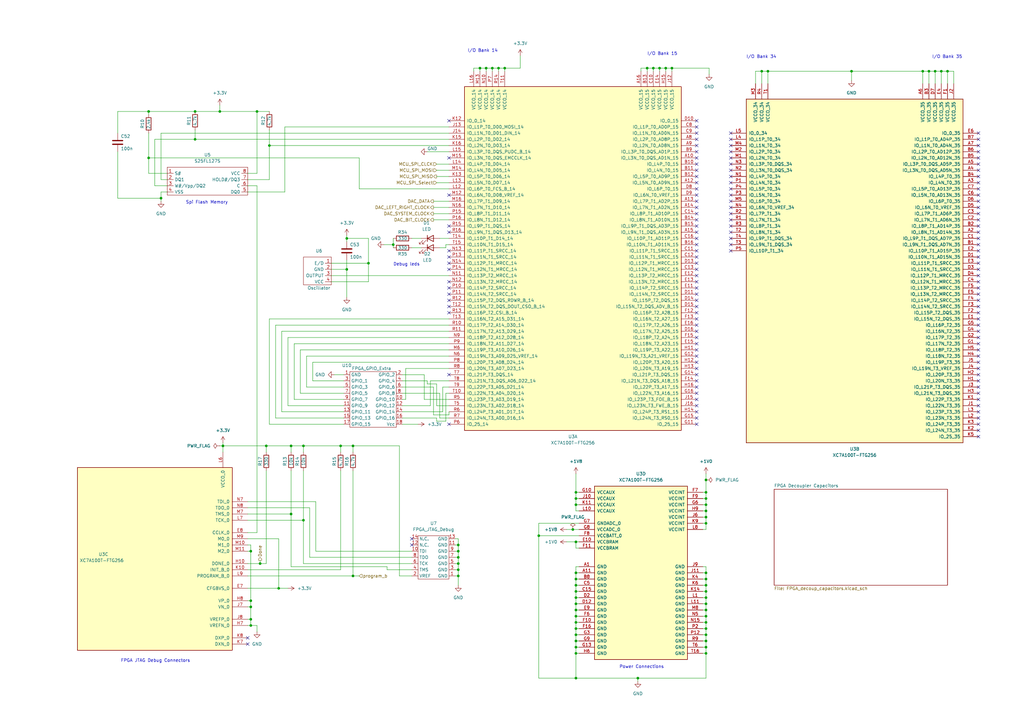
<source format=kicad_sch>
(kicad_sch (version 20230121) (generator eeschema)
  (paper "A3")
  (title_block (title "FPGA schematic") (date "2023-09-07") (rev "0"))
  (junction (at 80.01 57.15))
  (junction (at 383.54 29.21))
  (junction (at 378.46 29.21))
  (junction (at 151.13 107.95))
  (junction (at 236.22 247.65))
  (junction (at 204.47 27.94))
  (junction (at 236.22 250.19))
  (junction (at 289.56 234.95))
  (junction (at 289.56 255.27))
  (junction (at 139.7 182.88))
  (junction (at 102.87 254))
  (junction (at 236.22 201.93))
  (junction (at 261.62 278.13))
  (junction (at 91.44 182.88))
  (junction (at 187.96 236.22))
  (junction (at 265.43 27.94))
  (junction (at 270.51 27.94))
  (junction (at 314.96 29.21))
  (junction (at 289.56 245.11))
  (junction (at 90.17 45.72))
  (junction (at 236.22 252.73))
  (junction (at 105.41 45.72))
  (junction (at 273.05 27.94))
  (junction (at 289.56 214.63))
  (junction (at 187.96 228.6))
  (junction (at 187.96 231.14))
  (junction (at 236.22 262.89))
  (junction (at 207.01 27.94))
  (junction (at 289.56 207.01))
  (junction (at 144.78 236.22))
  (junction (at 110.49 59.69))
  (junction (at 187.96 233.68))
  (junction (at 236.22 240.03))
  (junction (at 196.85 27.94))
  (junction (at 187.96 226.06))
  (junction (at 236.22 207.01))
  (junction (at 275.59 27.94))
  (junction (at 201.93 27.94))
  (junction (at 119.38 210.82))
  (junction (at 236.22 204.47))
  (junction (at 289.56 196.85))
  (junction (at 109.22 182.88))
  (junction (at 388.62 29.21))
  (junction (at 236.22 260.35))
  (junction (at 119.38 182.88))
  (junction (at 60.96 45.72))
  (junction (at 289.56 247.65))
  (junction (at 236.22 245.11))
  (junction (at 102.87 256.54))
  (junction (at 236.22 267.97))
  (junction (at 349.25 29.21))
  (junction (at 187.96 223.52))
  (junction (at 289.56 242.57))
  (junction (at 289.56 240.03))
  (junction (at 236.22 257.81))
  (junction (at 199.39 27.94))
  (junction (at 236.22 242.57))
  (junction (at 236.22 237.49))
  (junction (at 234.95 217.17))
  (junction (at 312.42 29.21))
  (junction (at 289.56 212.09))
  (junction (at 236.22 265.43))
  (junction (at 236.22 255.27))
  (junction (at 289.56 260.35))
  (junction (at 142.24 110.49))
  (junction (at 144.78 182.88))
  (junction (at 289.56 257.81))
  (junction (at 114.3 241.3))
  (junction (at 236.22 278.13))
  (junction (at 236.22 234.95))
  (junction (at 289.56 209.55))
  (junction (at 386.08 29.21))
  (junction (at 60.96 64.77))
  (junction (at 142.24 97.79))
  (junction (at 289.56 267.97))
  (junction (at 381 29.21))
  (junction (at 106.68 231.14))
  (junction (at 102.87 246.38))
  (junction (at 289.56 252.73))
  (junction (at 66.04 81.28))
  (junction (at 102.87 248.92))
  (junction (at 289.56 262.89))
  (junction (at 161.29 100.33))
  (junction (at 236.22 222.25))
  (junction (at 289.56 201.93))
  (junction (at 220.98 219.71))
  (junction (at 289.56 250.19))
  (junction (at 124.46 213.36))
  (junction (at 267.97 27.94))
  (junction (at 80.01 45.72))
  (junction (at 102.87 226.06))
  (junction (at 289.56 237.49))
  (junction (at 289.56 204.47))
  (junction (at 124.46 182.88))
  (junction (at 289.56 265.43))
  (no_connect (at 285.75 120.65))
  (no_connect (at 299.72 80.01))
  (no_connect (at 299.72 64.77))
  (no_connect (at 401.32 118.11))
  (no_connect (at 299.72 90.17))
  (no_connect (at 401.32 97.79))
  (no_connect (at 401.32 161.29))
  (no_connect (at 401.32 57.15))
  (no_connect (at 401.32 176.53))
  (no_connect (at 401.32 95.25))
  (no_connect (at 299.72 100.33))
  (no_connect (at 285.75 74.93))
  (no_connect (at 285.75 110.49))
  (no_connect (at 184.15 95.25))
  (no_connect (at 401.32 123.19))
  (no_connect (at 401.32 125.73))
  (no_connect (at 285.75 158.75))
  (no_connect (at 401.32 179.07))
  (no_connect (at 401.32 72.39))
  (no_connect (at 401.32 54.61))
  (no_connect (at 401.32 151.13))
  (no_connect (at 285.75 72.39))
  (no_connect (at 299.72 59.69))
  (no_connect (at 285.75 163.83))
  (no_connect (at 401.32 59.69))
  (no_connect (at 401.32 115.57))
  (no_connect (at 401.32 113.03))
  (no_connect (at 285.75 135.89))
  (no_connect (at 184.15 49.53))
  (no_connect (at 285.75 85.09))
  (no_connect (at 299.72 74.93))
  (no_connect (at 401.32 69.85))
  (no_connect (at 401.32 80.01))
  (no_connect (at 299.72 57.15))
  (no_connect (at 401.32 168.91))
  (no_connect (at 285.75 102.87))
  (no_connect (at 285.75 143.51))
  (no_connect (at 299.72 62.23))
  (no_connect (at 285.75 171.45))
  (no_connect (at 401.32 82.55))
  (no_connect (at 285.75 54.61))
  (no_connect (at 299.72 72.39))
  (no_connect (at 401.32 166.37))
  (no_connect (at 285.75 125.73))
  (no_connect (at 184.15 107.95))
  (no_connect (at 401.32 156.21))
  (no_connect (at 285.75 166.37))
  (no_connect (at 168.91 220.98))
  (no_connect (at 285.75 67.31))
  (no_connect (at 285.75 153.67))
  (no_connect (at 401.32 105.41))
  (no_connect (at 184.15 80.01))
  (no_connect (at 401.32 102.87))
  (no_connect (at 401.32 135.89))
  (no_connect (at 285.75 156.21))
  (no_connect (at 285.75 123.19))
  (no_connect (at 401.32 92.71))
  (no_connect (at 285.75 97.79))
  (no_connect (at 285.75 128.27))
  (no_connect (at 401.32 107.95))
  (no_connect (at 401.32 67.31))
  (no_connect (at 285.75 90.17))
  (no_connect (at 299.72 87.63))
  (no_connect (at 285.75 133.35))
  (no_connect (at 285.75 82.55))
  (no_connect (at 184.15 120.65))
  (no_connect (at 401.32 173.99))
  (no_connect (at 184.15 102.87))
  (no_connect (at 299.72 85.09))
  (no_connect (at 299.72 77.47))
  (no_connect (at 401.32 153.67))
  (no_connect (at 285.75 148.59))
  (no_connect (at 299.72 69.85))
  (no_connect (at 285.75 118.11))
  (no_connect (at 401.32 163.83))
  (no_connect (at 285.75 52.07))
  (no_connect (at 285.75 59.69))
  (no_connect (at 285.75 115.57))
  (no_connect (at 285.75 151.13))
  (no_connect (at 401.32 133.35))
  (no_connect (at 285.75 168.91))
  (no_connect (at 184.15 173.99))
  (no_connect (at 184.15 64.77))
  (no_connect (at 299.72 102.87))
  (no_connect (at 285.75 95.25))
  (no_connect (at 285.75 69.85))
  (no_connect (at 184.15 128.27))
  (no_connect (at 285.75 80.01))
  (no_connect (at 401.32 87.63))
  (no_connect (at 285.75 87.63))
  (no_connect (at 401.32 140.97))
  (no_connect (at 401.32 77.47))
  (no_connect (at 285.75 92.71))
  (no_connect (at 285.75 140.97))
  (no_connect (at 401.32 110.49))
  (no_connect (at 401.32 128.27))
  (no_connect (at 184.15 118.11))
  (no_connect (at 285.75 49.53))
  (no_connect (at 401.32 158.75))
  (no_connect (at 401.32 64.77))
  (no_connect (at 101.6 261.62))
  (no_connect (at 299.72 54.61))
  (no_connect (at 184.15 123.19))
  (no_connect (at 401.32 146.05))
  (no_connect (at 299.72 67.31))
  (no_connect (at 285.75 100.33))
  (no_connect (at 184.15 125.73))
  (no_connect (at 285.75 161.29))
  (no_connect (at 285.75 113.03))
  (no_connect (at 401.32 90.17))
  (no_connect (at 299.72 97.79))
  (no_connect (at 285.75 146.05))
  (no_connect (at 285.75 64.77))
  (no_connect (at 168.91 223.52))
  (no_connect (at 401.32 171.45))
  (no_connect (at 401.32 120.65))
  (no_connect (at 285.75 57.15))
  (no_connect (at 401.32 143.51))
  (no_connect (at 285.75 105.41))
  (no_connect (at 401.32 148.59))
  (no_connect (at 401.32 62.23))
  (no_connect (at 285.75 62.23))
  (no_connect (at 401.32 130.81))
  (no_connect (at 285.75 138.43))
  (no_connect (at 285.75 107.95))
  (no_connect (at 401.32 100.33))
  (no_connect (at 401.32 138.43))
  (no_connect (at 101.6 264.16))
  (no_connect (at 401.32 85.09))
  (no_connect (at 299.72 82.55))
  (no_connect (at 184.15 92.71))
  (no_connect (at 299.72 95.25))
  (no_connect (at 184.15 153.67))
  (no_connect (at 285.75 173.99))
  (no_connect (at 184.15 110.49))
  (no_connect (at 184.15 115.57))
  (no_connect (at 401.32 74.93))
  (no_connect (at 285.75 130.81))
  (no_connect (at 299.72 92.71))
  (no_connect (at 184.15 105.41))
  (no_connect (at 285.75 77.47))
  (wire (pts (xy 142.24 96.52) (xy 142.24 97.79)))
  (wire (pts (xy 289.56 247.65) (xy 289.56 250.19)))
  (wire (pts (xy 270.51 27.94) (xy 270.51 29.21)))
  (wire (pts (xy 180.34 171.45) (xy 180.34 161.29)))
  (wire (pts (xy 168.91 97.79) (xy 172.72 97.79)))
  (wire (pts (xy 165.1 173.99) (xy 171.45 173.99)))
  (wire (pts (xy 187.96 220.98) (xy 186.69 220.98)))
  (wire (pts (xy 60.96 45.72) (xy 80.01 45.72)))
  (wire (pts (xy 66.04 73.66) (xy 68.58 73.66)))
  (wire (pts (xy 101.6 210.82) (xy 119.38 210.82)))
  (wire (pts (xy 289.56 242.57) (xy 289.56 245.11)))
  (wire (pts (xy 184.15 100.33) (xy 182.88 100.33)))
  (wire (pts (xy 63.5 57.15) (xy 63.5 76.2)))
  (wire (pts (xy 187.96 226.06) (xy 187.96 228.6)))
  (wire (pts (xy 386.08 29.21) (xy 386.08 34.29)))
  (wire (pts (xy 236.22 262.89) (xy 237.49 262.89)))
  (wire (pts (xy 207.01 27.94) (xy 207.01 29.21)))
  (wire (pts (xy 142.24 97.79) (xy 142.24 99.06)))
  (wire (pts (xy 179.07 74.93) (xy 184.15 74.93)))
  (wire (pts (xy 127 228.6) (xy 127 208.28)))
  (wire (pts (xy 139.7 182.88) (xy 144.78 182.88)))
  (wire (pts (xy 177.8 85.09) (xy 184.15 85.09)))
  (wire (pts (xy 177.8 158.75) (xy 177.8 170.18)))
  (wire (pts (xy 102.87 248.92) (xy 102.87 254)))
  (wire (pts (xy 129.54 205.74) (xy 101.6 205.74)))
  (wire (pts (xy 63.5 57.15) (xy 80.01 57.15)))
  (wire (pts (xy 236.22 222.25) (xy 236.22 224.79)))
  (wire (pts (xy 102.87 226.06) (xy 102.87 246.38)))
  (wire (pts (xy 386.08 29.21) (xy 383.54 29.21)))
  (wire (pts (xy 236.22 209.55) (xy 237.49 209.55)))
  (wire (pts (xy 114.3 241.3) (xy 118.11 241.3)))
  (wire (pts (xy 289.56 250.19) (xy 288.29 250.19)))
  (wire (pts (xy 91.44 181.61) (xy 91.44 182.88)))
  (wire (pts (xy 135.89 107.95) (xy 151.13 107.95)))
  (wire (pts (xy 144.78 236.22) (xy 147.32 236.22)))
  (wire (pts (xy 158.75 232.41) (xy 119.38 232.41)))
  (wire (pts (xy 391.16 29.21) (xy 391.16 34.29)))
  (wire (pts (xy 187.96 223.52) (xy 186.69 223.52)))
  (wire (pts (xy 236.22 252.73) (xy 236.22 255.27)))
  (wire (pts (xy 236.22 207.01) (xy 236.22 209.55)))
  (wire (pts (xy 388.62 29.21) (xy 388.62 34.29)))
  (wire (pts (xy 220.98 214.63) (xy 220.98 219.71)))
  (wire (pts (xy 289.56 207.01) (xy 289.56 209.55)))
  (wire (pts (xy 66.04 54.61) (xy 184.15 54.61)))
  (wire (pts (xy 175.26 157.48) (xy 175.26 156.21)))
  (wire (pts (xy 289.56 207.01) (xy 288.29 207.01)))
  (wire (pts (xy 101.6 231.14) (xy 106.68 231.14)))
  (wire (pts (xy 236.22 204.47) (xy 237.49 204.47)))
  (wire (pts (xy 289.56 209.55) (xy 288.29 209.55)))
  (wire (pts (xy 158.75 233.68) (xy 158.75 232.41)))
  (wire (pts (xy 289.56 204.47) (xy 288.29 204.47)))
  (wire (pts (xy 289.56 234.95) (xy 288.29 234.95)))
  (wire (pts (xy 115.57 135.89) (xy 115.57 168.91)))
  (wire (pts (xy 236.22 234.95) (xy 236.22 237.49)))
  (wire (pts (xy 102.87 254) (xy 102.87 256.54)))
  (wire (pts (xy 106.68 229.87) (xy 106.68 231.14)))
  (wire (pts (xy 289.56 196.85) (xy 289.56 201.93)))
  (wire (pts (xy 179.07 171.45) (xy 165.1 171.45)))
  (wire (pts (xy 66.04 78.74) (xy 66.04 81.28)))
  (wire (pts (xy 184.15 158.75) (xy 181.61 158.75)))
  (wire (pts (xy 120.65 140.97) (xy 184.15 140.97)))
  (wire (pts (xy 179.07 69.85) (xy 184.15 69.85)))
  (wire (pts (xy 151.13 97.79) (xy 151.13 107.95)))
  (wire (pts (xy 236.22 260.35) (xy 237.49 260.35)))
  (wire (pts (xy 309.88 29.21) (xy 309.88 34.29)))
  (wire (pts (xy 110.49 130.81) (xy 184.15 130.81)))
  (wire (pts (xy 118.11 166.37) (xy 140.97 166.37)))
  (wire (pts (xy 236.22 234.95) (xy 237.49 234.95)))
  (wire (pts (xy 140.97 161.29) (xy 123.19 161.29)))
  (wire (pts (xy 289.56 204.47) (xy 289.56 207.01)))
  (wire (pts (xy 60.96 64.77) (xy 60.96 71.12)))
  (wire (pts (xy 236.22 242.57) (xy 237.49 242.57)))
  (wire (pts (xy 168.91 228.6) (xy 127 228.6)))
  (wire (pts (xy 236.22 242.57) (xy 236.22 245.11)))
  (wire (pts (xy 236.22 245.11) (xy 237.49 245.11)))
  (wire (pts (xy 236.22 265.43) (xy 236.22 267.97)))
  (wire (pts (xy 123.19 143.51) (xy 184.15 143.51)))
  (wire (pts (xy 265.43 27.94) (xy 267.97 27.94)))
  (wire (pts (xy 102.87 254) (xy 101.6 254)))
  (wire (pts (xy 102.87 223.52) (xy 101.6 223.52)))
  (wire (pts (xy 220.98 278.13) (xy 236.22 278.13)))
  (wire (pts (xy 135.89 115.57) (xy 151.13 115.57)))
  (wire (pts (xy 236.22 257.81) (xy 237.49 257.81)))
  (wire (pts (xy 144.78 182.88) (xy 144.78 185.42)))
  (wire (pts (xy 124.46 231.14) (xy 124.46 213.36)))
  (wire (pts (xy 128.27 148.59) (xy 184.15 148.59)))
  (wire (pts (xy 236.22 240.03) (xy 237.49 240.03)))
  (wire (pts (xy 234.95 217.17) (xy 237.49 217.17)))
  (wire (pts (xy 236.22 267.97) (xy 237.49 267.97)))
  (wire (pts (xy 289.56 260.35) (xy 288.29 260.35)))
  (wire (pts (xy 236.22 245.11) (xy 236.22 247.65)))
  (wire (pts (xy 115.57 135.89) (xy 184.15 135.89)))
  (wire (pts (xy 220.98 219.71) (xy 237.49 219.71)))
  (wire (pts (xy 80.01 53.34) (xy 80.01 57.15)))
  (wire (pts (xy 184.15 168.91) (xy 184.15 170.18)))
  (wire (pts (xy 173.99 163.83) (xy 184.15 163.83)))
  (wire (pts (xy 147.32 77.47) (xy 184.15 77.47)))
  (wire (pts (xy 128.27 156.21) (xy 140.97 156.21)))
  (wire (pts (xy 289.56 201.93) (xy 289.56 204.47)))
  (wire (pts (xy 236.22 257.81) (xy 236.22 260.35)))
  (wire (pts (xy 124.46 182.88) (xy 124.46 185.42)))
  (wire (pts (xy 232.41 217.17) (xy 234.95 217.17)))
  (wire (pts (xy 236.22 194.31) (xy 236.22 201.93)))
  (wire (pts (xy 289.56 232.41) (xy 289.56 234.95)))
  (wire (pts (xy 180.34 97.79) (xy 184.15 97.79)))
  (wire (pts (xy 105.41 71.12) (xy 105.41 45.72)))
  (wire (pts (xy 165.1 163.83) (xy 166.37 163.83)))
  (wire (pts (xy 151.13 107.95) (xy 151.13 115.57)))
  (wire (pts (xy 289.56 234.95) (xy 289.56 237.49)))
  (wire (pts (xy 289.56 212.09) (xy 288.29 212.09)))
  (wire (pts (xy 173.99 163.83) (xy 173.99 153.67)))
  (wire (pts (xy 182.88 100.33) (xy 182.88 101.6)))
  (wire (pts (xy 165.1 153.67) (xy 173.99 153.67)))
  (wire (pts (xy 66.04 81.28) (xy 66.04 82.55)))
  (wire (pts (xy 177.8 90.17) (xy 184.15 90.17)))
  (wire (pts (xy 349.25 29.21) (xy 349.25 33.02)))
  (wire (pts (xy 236.22 250.19) (xy 237.49 250.19)))
  (wire (pts (xy 182.88 161.29) (xy 182.88 172.72)))
  (wire (pts (xy 179.07 67.31) (xy 184.15 67.31)))
  (wire (pts (xy 314.96 29.21) (xy 349.25 29.21)))
  (wire (pts (xy 105.41 76.2) (xy 105.41 218.44)))
  (wire (pts (xy 289.56 252.73) (xy 289.56 255.27)))
  (wire (pts (xy 184.15 161.29) (xy 182.88 161.29)))
  (wire (pts (xy 289.56 209.55) (xy 289.56 212.09)))
  (wire (pts (xy 116.84 52.07) (xy 184.15 52.07)))
  (wire (pts (xy 142.24 97.79) (xy 151.13 97.79)))
  (wire (pts (xy 60.96 71.12) (xy 68.58 71.12)))
  (wire (pts (xy 289.56 247.65) (xy 288.29 247.65)))
  (wire (pts (xy 289.56 242.57) (xy 288.29 242.57)))
  (wire (pts (xy 48.26 45.72) (xy 60.96 45.72)))
  (wire (pts (xy 105.41 218.44) (xy 101.6 218.44)))
  (wire (pts (xy 187.96 226.06) (xy 186.69 226.06)))
  (wire (pts (xy 388.62 29.21) (xy 386.08 29.21)))
  (wire (pts (xy 289.56 260.35) (xy 289.56 262.89)))
  (wire (pts (xy 204.47 27.94) (xy 204.47 29.21)))
  (wire (pts (xy 90.17 45.72) (xy 105.41 45.72)))
  (wire (pts (xy 106.68 231.14) (xy 109.22 231.14)))
  (wire (pts (xy 220.98 219.71) (xy 220.98 278.13)))
  (wire (pts (xy 184.15 62.23) (xy 175.26 62.23)))
  (wire (pts (xy 314.96 29.21) (xy 312.42 29.21)))
  (wire (pts (xy 109.22 182.88) (xy 119.38 182.88)))
  (wire (pts (xy 182.88 172.72) (xy 179.07 172.72)))
  (wire (pts (xy 166.37 151.13) (xy 184.15 151.13)))
  (wire (pts (xy 147.32 64.77) (xy 147.32 77.47)))
  (wire (pts (xy 289.56 250.19) (xy 289.56 252.73)))
  (wire (pts (xy 177.8 158.75) (xy 165.1 158.75)))
  (wire (pts (xy 262.89 27.94) (xy 265.43 27.94)))
  (wire (pts (xy 179.07 72.39) (xy 184.15 72.39)))
  (wire (pts (xy 378.46 29.21) (xy 378.46 34.29)))
  (wire (pts (xy 142.24 106.68) (xy 142.24 110.49)))
  (wire (pts (xy 101.6 71.12) (xy 105.41 71.12)))
  (wire (pts (xy 127 208.28) (xy 101.6 208.28)))
  (wire (pts (xy 125.73 146.05) (xy 184.15 146.05)))
  (wire (pts (xy 187.96 233.68) (xy 187.96 236.22)))
  (wire (pts (xy 261.62 279.4) (xy 261.62 278.13)))
  (wire (pts (xy 349.25 29.21) (xy 378.46 29.21)))
  (wire (pts (xy 289.56 257.81) (xy 289.56 260.35)))
  (wire (pts (xy 275.59 27.94) (xy 290.83 27.94)))
  (wire (pts (xy 289.56 255.27) (xy 289.56 257.81)))
  (wire (pts (xy 236.22 232.41) (xy 236.22 234.95)))
  (wire (pts (xy 184.15 156.21) (xy 176.53 156.21)))
  (wire (pts (xy 237.49 214.63) (xy 220.98 214.63)))
  (wire (pts (xy 289.56 201.93) (xy 288.29 201.93)))
  (wire (pts (xy 236.22 237.49) (xy 236.22 240.03)))
  (wire (pts (xy 163.83 182.88) (xy 163.83 236.22)))
  (wire (pts (xy 289.56 278.13) (xy 261.62 278.13)))
  (wire (pts (xy 289.56 262.89) (xy 289.56 265.43)))
  (wire (pts (xy 168.91 101.6) (xy 172.72 101.6)))
  (wire (pts (xy 204.47 27.94) (xy 201.93 27.94)))
  (wire (pts (xy 115.57 168.91) (xy 140.97 168.91)))
  (wire (pts (xy 289.56 237.49) (xy 288.29 237.49)))
  (wire (pts (xy 125.73 146.05) (xy 125.73 158.75)))
  (wire (pts (xy 175.26 156.21) (xy 165.1 156.21)))
  (wire (pts (xy 236.22 232.41) (xy 237.49 232.41)))
  (wire (pts (xy 102.87 223.52) (xy 102.87 226.06)))
  (wire (pts (xy 196.85 27.94) (xy 194.31 27.94)))
  (wire (pts (xy 102.87 246.38) (xy 102.87 248.92)))
  (wire (pts (xy 161.29 100.33) (xy 161.29 101.6)))
  (wire (pts (xy 113.03 133.35) (xy 184.15 133.35)))
  (wire (pts (xy 114.3 220.98) (xy 114.3 241.3)))
  (wire (pts (xy 105.41 256.54) (xy 102.87 256.54)))
  (wire (pts (xy 289.56 194.31) (xy 289.56 196.85)))
  (wire (pts (xy 105.41 76.2) (xy 101.6 76.2)))
  (wire (pts (xy 187.96 223.52) (xy 187.96 226.06)))
  (wire (pts (xy 101.6 78.74) (xy 116.84 78.74)))
  (wire (pts (xy 101.6 241.3) (xy 114.3 241.3)))
  (wire (pts (xy 110.49 59.69) (xy 184.15 59.69)))
  (wire (pts (xy 179.07 166.37) (xy 179.07 157.48)))
  (wire (pts (xy 381 29.21) (xy 381 34.29)))
  (wire (pts (xy 236.22 247.65) (xy 237.49 247.65)))
  (wire (pts (xy 102.87 248.92) (xy 101.6 248.92)))
  (wire (pts (xy 144.78 236.22) (xy 144.78 193.04)))
  (wire (pts (xy 236.22 255.27) (xy 236.22 257.81)))
  (wire (pts (xy 168.91 231.14) (xy 124.46 231.14)))
  (wire (pts (xy 177.8 87.63) (xy 184.15 87.63)))
  (wire (pts (xy 105.41 256.54) (xy 105.41 259.08)))
  (wire (pts (xy 179.07 172.72) (xy 179.07 171.45)))
  (wire (pts (xy 236.22 255.27) (xy 237.49 255.27)))
  (wire (pts (xy 63.5 76.2) (xy 68.58 76.2)))
  (wire (pts (xy 113.03 133.35) (xy 113.03 171.45)))
  (wire (pts (xy 289.56 217.17) (xy 288.29 217.17)))
  (wire (pts (xy 102.87 256.54) (xy 101.6 256.54)))
  (wire (pts (xy 289.56 265.43) (xy 289.56 267.97)))
  (wire (pts (xy 168.91 233.68) (xy 158.75 233.68)))
  (wire (pts (xy 314.96 29.21) (xy 314.96 34.29)))
  (wire (pts (xy 270.51 27.94) (xy 273.05 27.94)))
  (wire (pts (xy 187.96 233.68) (xy 186.69 233.68)))
  (wire (pts (xy 124.46 182.88) (xy 139.7 182.88)))
  (wire (pts (xy 232.41 222.25) (xy 236.22 222.25)))
  (wire (pts (xy 109.22 182.88) (xy 109.22 185.42)))
  (wire (pts (xy 80.01 45.72) (xy 90.17 45.72)))
  (wire (pts (xy 123.19 143.51) (xy 123.19 161.29)))
  (wire (pts (xy 168.91 226.06) (xy 129.54 226.06)))
  (wire (pts (xy 139.7 182.88) (xy 139.7 185.42)))
  (wire (pts (xy 289.56 245.11) (xy 289.56 247.65)))
  (wire (pts (xy 68.58 78.74) (xy 66.04 78.74)))
  (wire (pts (xy 101.6 233.68) (xy 139.7 233.68)))
  (wire (pts (xy 236.22 265.43) (xy 237.49 265.43)))
  (wire (pts (xy 184.15 171.45) (xy 180.34 171.45)))
  (wire (pts (xy 60.96 64.77) (xy 147.32 64.77)))
  (wire (pts (xy 101.6 220.98) (xy 114.3 220.98)))
  (wire (pts (xy 187.96 231.14) (xy 186.69 231.14)))
  (wire (pts (xy 177.8 170.18) (xy 184.15 170.18)))
  (wire (pts (xy 110.49 173.99) (xy 140.97 173.99)))
  (wire (pts (xy 60.96 45.72) (xy 60.96 46.99)))
  (wire (pts (xy 312.42 29.21) (xy 312.42 34.29)))
  (wire (pts (xy 110.49 130.81) (xy 110.49 173.99)))
  (wire (pts (xy 142.24 110.49) (xy 142.24 121.92)))
  (wire (pts (xy 124.46 213.36) (xy 124.46 193.04)))
  (wire (pts (xy 161.29 97.79) (xy 161.29 100.33)))
  (wire (pts (xy 137.16 153.67) (xy 140.97 153.67)))
  (wire (pts (xy 166.37 151.13) (xy 166.37 163.83)))
  (wire (pts (xy 289.56 252.73) (xy 288.29 252.73)))
  (wire (pts (xy 80.01 57.15) (xy 184.15 57.15)))
  (wire (pts (xy 129.54 226.06) (xy 129.54 205.74)))
  (wire (pts (xy 289.56 262.89) (xy 288.29 262.89)))
  (wire (pts (xy 265.43 27.94) (xy 265.43 29.21)))
  (wire (pts (xy 187.96 228.6) (xy 186.69 228.6)))
  (wire (pts (xy 90.17 182.88) (xy 91.44 182.88)))
  (wire (pts (xy 199.39 27.94) (xy 199.39 29.21)))
  (wire (pts (xy 207.01 27.94) (xy 204.47 27.94)))
  (wire (pts (xy 275.59 27.94) (xy 275.59 29.21)))
  (wire (pts (xy 128.27 148.59) (xy 128.27 156.21)))
  (wire (pts (xy 116.84 78.74) (xy 116.84 52.07)))
  (wire (pts (xy 289.56 240.03) (xy 289.56 242.57)))
  (wire (pts (xy 110.49 53.34) (xy 110.49 59.69)))
  (wire (pts (xy 236.22 201.93) (xy 237.49 201.93)))
  (wire (pts (xy 180.34 161.29) (xy 165.1 161.29)))
  (wire (pts (xy 110.49 59.69) (xy 110.49 73.66)))
  (wire (pts (xy 383.54 29.21) (xy 383.54 34.29)))
  (wire (pts (xy 273.05 27.94) (xy 273.05 29.21)))
  (wire (pts (xy 119.38 193.04) (xy 119.38 210.82)))
  (wire (pts (xy 267.97 27.94) (xy 270.51 27.94)))
  (wire (pts (xy 119.38 232.41) (xy 119.38 210.82)))
  (wire (pts (xy 187.96 236.22) (xy 186.69 236.22)))
  (wire (pts (xy 102.87 226.06) (xy 101.6 226.06)))
  (wire (pts (xy 289.56 232.41) (xy 288.29 232.41)))
  (wire (pts (xy 177.8 82.55) (xy 184.15 82.55)))
  (wire (pts (xy 236.22 260.35) (xy 236.22 262.89)))
  (wire (pts (xy 118.11 138.43) (xy 184.15 138.43)))
  (wire (pts (xy 199.39 27.94) (xy 196.85 27.94)))
  (wire (pts (xy 102.87 246.38) (xy 101.6 246.38)))
  (wire (pts (xy 66.04 81.28) (xy 48.26 81.28)))
  (wire (pts (xy 60.96 54.61) (xy 60.96 64.77)))
  (wire (pts (xy 236.22 204.47) (xy 236.22 207.01)))
  (wire (pts (xy 101.6 236.22) (xy 144.78 236.22)))
  (wire (pts (xy 236.22 207.01) (xy 237.49 207.01)))
  (wire (pts (xy 179.07 157.48) (xy 175.26 157.48)))
  (wire (pts (xy 119.38 182.88) (xy 124.46 182.88)))
  (wire (pts (xy 120.65 140.97) (xy 120.65 163.83)))
  (wire (pts (xy 236.22 262.89) (xy 236.22 265.43)))
  (wire (pts (xy 290.83 27.94) (xy 290.83 30.48)))
  (wire (pts (xy 194.31 27.94) (xy 194.31 29.21)))
  (wire (pts (xy 168.91 236.22) (xy 163.83 236.22)))
  (wire (pts (xy 391.16 29.21) (xy 388.62 29.21)))
  (wire (pts (xy 273.05 27.94) (xy 275.59 27.94)))
  (wire (pts (xy 157.48 100.33) (xy 161.29 100.33)))
  (wire (pts (xy 312.42 29.21) (xy 309.88 29.21)))
  (wire (pts (xy 289.56 245.11) (xy 288.29 245.11)))
  (wire (pts (xy 289.56 265.43) (xy 288.29 265.43)))
  (wire (pts (xy 236.22 224.79) (xy 237.49 224.79)))
  (wire (pts (xy 91.44 182.88) (xy 109.22 182.88)))
  (wire (pts (xy 236.22 247.65) (xy 236.22 250.19)))
  (wire (pts (xy 381 29.21) (xy 378.46 29.21)))
  (wire (pts (xy 101.6 73.66) (xy 110.49 73.66)))
  (wire (pts (xy 201.93 27.94) (xy 199.39 27.94)))
  (wire (pts (xy 181.61 158.75) (xy 181.61 168.91)))
  (wire (pts (xy 118.11 138.43) (xy 118.11 166.37)))
  (wire (pts (xy 182.88 101.6) (xy 180.34 101.6)))
  (wire (pts (xy 236.22 222.25) (xy 237.49 222.25)))
  (wire (pts (xy 213.36 22.86) (xy 213.36 27.94)))
  (wire (pts (xy 119.38 182.88) (xy 119.38 185.42)))
  (wire (pts (xy 120.65 163.83) (xy 140.97 163.83)))
  (wire (pts (xy 383.54 29.21) (xy 381 29.21)))
  (wire (pts (xy 66.04 54.61) (xy 66.04 73.66)))
  (wire (pts (xy 236.22 201.93) (xy 236.22 204.47)))
  (wire (pts (xy 48.26 62.23) (xy 48.26 81.28)))
  (wire (pts (xy 236.22 250.19) (xy 236.22 252.73)))
  (wire (pts (xy 135.89 110.49) (xy 142.24 110.49)))
  (wire (pts (xy 289.56 255.27) (xy 288.29 255.27)))
  (wire (pts (xy 48.26 45.72) (xy 48.26 54.61)))
  (wire (pts (xy 289.56 214.63) (xy 288.29 214.63)))
  (wire (pts (xy 289.56 240.03) (xy 288.29 240.03)))
  (wire (pts (xy 289.56 267.97) (xy 288.29 267.97)))
  (wire (pts (xy 289.56 237.49) (xy 289.56 240.03)))
  (wire (pts (xy 187.96 228.6) (xy 187.96 231.14)))
  (wire (pts (xy 236.22 278.13) (xy 261.62 278.13)))
  (wire (pts (xy 236.22 267.97) (xy 236.22 278.13)))
  (wire (pts (xy 139.7 233.68) (xy 139.7 193.04)))
  (wire (pts (xy 267.97 27.94) (xy 267.97 29.21)))
  (wire (pts (xy 187.96 231.14) (xy 187.96 233.68)))
  (wire (pts (xy 289.56 267.97) (xy 289.56 278.13)))
  (wire (pts (xy 125.73 158.75) (xy 140.97 158.75)))
  (wire (pts (xy 207.01 27.94) (xy 213.36 27.94)))
  (wire (pts (xy 289.56 214.63) (xy 289.56 217.17)))
  (wire (pts (xy 196.85 27.94) (xy 196.85 29.21)))
  (wire (pts (xy 101.6 213.36) (xy 124.46 213.36)))
  (wire (pts (xy 176.53 156.21) (xy 176.53 166.37)))
  (wire (pts (xy 105.41 45.72) (xy 110.49 45.72)))
  (wire (pts (xy 201.93 27.94) (xy 201.93 29.21)))
  (wire (pts (xy 289.56 212.09) (xy 289.56 214.63)))
  (wire (pts (xy 236.22 237.49) (xy 237.49 237.49)))
  (wire (pts (xy 187.96 236.22) (xy 187.96 240.03)))
  (wire (pts (xy 236.22 240.03) (xy 236.22 242.57)))
  (wire (pts (xy 144.78 182.88) (xy 163.83 182.88)))
  (wire (pts (xy 165.1 168.91) (xy 181.61 168.91)))
  (wire (pts (xy 184.15 166.37) (xy 179.07 166.37)))
  (wire (pts (xy 176.53 166.37) (xy 165.1 166.37)))
  (wire (pts (xy 90.17 43.18) (xy 90.17 45.72)))
  (wire (pts (xy 135.89 113.03) (xy 184.15 113.03)))
  (wire (pts (xy 236.22 252.73) (xy 237.49 252.73)))
  (wire (pts (xy 289.56 257.81) (xy 288.29 257.81)))
  (wire (pts (xy 187.96 220.98) (xy 187.96 223.52)))
  (wire (pts (xy 113.03 171.45) (xy 140.97 171.45)))
  (wire (pts (xy 109.22 193.04) (xy 109.22 231.14)))
  (wire (pts (xy 262.89 27.94) (xy 262.89 29.21)))
  (wire (pts (xy 91.44 182.88) (xy 91.44 185.42)))
  (text "FPGA JTAG Debug Connectors" (at 49.53 271.78 0) (effects (font (size 1.27 1.27)) (justify left bottom)))
  (text "Spi Flash Memory" (at 76.2 83.82 0) (effects (font (size 1.27 1.27)) (justify left bottom)))
  (text "I/O Bank 35" (at 382.27 24.13 0) (effects (font (size 1.27 1.27)) (justify left bottom)))
  (text "I/O Bank 34" (at 306.07 24.13 0) (effects (font (size 1.27 1.27)) (justify left bottom)))
  (text "I/O Bank 15" (at 265.43 22.86 0) (effects (font (size 1.27 1.27)) (justify left bottom)))
  (text "Power Connections" (at 254 274.32 0) (effects (font (size 1.27 1.27)) (justify left bottom)))
  (text "Debug leds" (at 161.29 109.22 0) (effects (font (size 1.27 1.27)) (justify left bottom)))
  (text "I/O Bank 14" (at 191.77 21.59 0) (effects (font (size 1.27 1.27)) (justify left bottom)))
  (hierarchical_label "DAC_BIT_CLOCK" (shape output) (at 177.8 90.17 180))
  (hierarchical_label "DAC_SYSTEM_CLOCK" (shape output) (at 177.8 87.63 180))
  (hierarchical_label "MCU_SPI_MISO" (shape output) (at 179.07 72.39 180))
  (hierarchical_label "DAC_LEFT_RIGHT_CLOCK" (shape output) (at 177.8 85.09 180))
  (hierarchical_label "MCU_SPI_MOSI" (shape input) (at 179.07 69.85 180))
  (hierarchical_label "DAC_DATA" (shape output) (at 177.8 82.55 180))
  (hierarchical_label "Done" (shape output) (at 106.68 229.87 90))
  (hierarchical_label "program_b" (shape input) (at 147.32 236.22 0))
  (hierarchical_label "MCU_SPI_Select" (shape input) (at 179.07 74.93 180))
  (hierarchical_label "MCU_SPI_CLCK" (shape input) (at 179.07 67.31 180))
  (symbol (lib_id "Device:C") (at 142.24 102.87 0) (unit 1)
    (property "Reference" "C53" (at 143.51 100.33 0) (effects (justify left)))
    (property "Value" "100n" (at 143.51 105.41 0) (effects (justify left)))
    (property "Footprint" "Capacitor_SMD:C_0805_2012Metric" (effects hide))
  )
  (symbol (lib_id "GuitarZero:S25FL127S") (at 85.09 72.39 0) (unit 1)
    (property "Reference" "U5" (at 85.09 63.5 0))
    (property "Value" "S25FL127S" (at 85.09 66.04 0))
    (property "Footprint" "Package_SO:SOIC-8W_5.3x5.3mm_P1.27mm" (effects hide))
  )
  (symbol (lib_id "Device:R") (at 139.7 189.23 180) (unit 1)
    (property "Reference" "R15" (at 137.16 189.23 90))
    (property "Value" "4.7k" (at 139.7 189.23 90))
    (property "Footprint" "Resistor_SMD:R_0805_2012Metric" (effects hide))
  )
  (symbol (lib_id "power:GND") (at 66.04 82.55 0) (unit 1)
    (property "Reference" "#PWR024" (effects hide))
    (property "Value" "GND" (at 66.04 87.63 0))
  )
  (symbol (lib_id "power:GND") (at 349.25 33.02 0) (unit 1)
    (property "Reference" "#PWR022" (effects hide))
    (property "Value" "GND" (at 349.25 38.1 0))
  )
  (symbol (lib_id "power:GND") (at 187.96 240.03 0) (unit 1)
    (property "Reference" "#PWR030" (effects hide))
    (property "Value" "GND" (at 187.96 245.11 0))
  )
  (symbol (lib_id "power:GND") (at 137.16 153.67 270) (unit 1)
    (property "Reference" "#PWR057" (effects hide))
    (property "Value" "GND" (at 133.35 153.67 90) (effects (justify right)))
  )
  (symbol (lib_id "power:GND") (at 290.83 30.48 0) (unit 1)
    (property "Reference" "#PWR028" (effects hide))
    (property "Value" "GND" (at 290.83 35.56 0))
  )
  (symbol (lib_id "Device:R") (at 124.46 189.23 180) (unit 1)
    (property "Reference" "R14" (at 121.92 189.23 90))
    (property "Value" "10k" (at 124.46 189.23 90))
    (property "Footprint" "Resistor_SMD:R_0805_2012Metric" (effects hide))
  )
  (symbol (lib_id "Device:LED") (at 176.53 101.6 0) (unit 1)
    (property "Reference" "D2" (at 175.26 104.14 0))
    (property "Value" "LED" (at 175.26 106.68 0))
    (property "Footprint" "LED_SMD:LED_1812_4532Metric" (effects hide))
  )
  (symbol (lib_id "Device:LED") (at 176.53 97.79 0) (unit 1)
    (property "Reference" "D1" (at 174.9425 91.44 0))
    (property "Value" "LED" (at 174.9425 93.98 0))
    (property "Footprint" "LED_SMD:LED_1812_4532Metric" (effects hide))
  )
  (symbol (lib_id "FPGA_Xilinx_Artix7:XC7A100T-FTG256") (at 350.52 107.95 0) (unit 2)
    (property "Reference" "U3" (at 350.52 184.15 0))
    (property "Value" "XC7A100T-FTG256" (at 350.52 186.69 0))
    (property "Footprint" "Package_BGA:Xilinx_FTG256" (effects hide))
  )
  (symbol (lib_id "FPGA_Xilinx_Artix7:XC7A100T-FTG256") (at 234.95 102.87 0) (unit 1)
    (property "Reference" "U3" (at 234.95 179.07 0))
    (property "Value" "XC7A100T-FTG256" (at 234.95 181.61 0))
    (property "Footprint" "Package_BGA:Xilinx_FTG256" (effects hide))
  )
  (symbol (lib_id "power:PWR_FLAG") (at 90.17 182.88 90) (unit 1)
    (property "Reference" "#FLG04" (effects hide))
    (property "Value" "PWR_FLAG" (at 86.36 182.88 90) (effects (justify left)))
  )
  (symbol (lib_id "power:+1V8") (at 232.41 217.17 90) (unit 1)
    (property "Reference" "#PWR023" (effects hide))
    (property "Value" "+1V8" (at 228.6 217.17 90) (effects (justify left)))
  )
  (symbol (lib_id "power:GND") (at 175.26 62.23 270) (unit 1)
    (property "Reference" "#PWR029" (effects hide))
    (property "Value" "GND" (at 175.26 60.96 90) (effects (justify left)))
  )
  (symbol (lib_id "Device:R") (at 144.78 189.23 180) (unit 1)
    (property "Reference" "R16" (at 142.24 189.23 90))
    (property "Value" "4.7k" (at 144.78 189.23 90))
    (property "Footprint" "Resistor_SMD:R_0805_2012Metric" (effects hide))
  )
  (symbol (lib_id "power:+3.3V") (at 142.24 96.52 0) (unit 1)
    (property "Reference" "#PWR026" (effects hide))
    (property "Value" "+3.3V" (at 142.24 91.44 0))
  )
  (symbol (lib_id "power:+1V8") (at 236.22 194.31 0) (unit 1)
    (property "Reference" "#PWR018" (effects hide))
    (property "Value" "+1V8" (at 236.22 189.23 0))
  )
  (symbol (lib_id "GuitarZero:GPIO_Pins") (at 152.4 157.48 0) (unit 1)
    (property "Reference" "U10" (at 142.24 149.86 0))
    (property "Value" "FPGA_GPIO_Extra" (at 152.4 151.13 0))
    (property "Footprint" "Connector_PinHeader_2.54mm:PinHeader_2x09_P2.54mm_Vertical" (effects hide))
  )
  (symbol (lib_id "power:GND") (at 157.48 100.33 270) (unit 1)
    (property "Reference" "#PWR061" (effects hide))
    (property "Value" "GND" (at 156.21 97.79 90) (effects (justify right)))
  )
  (symbol (lib_id "Device:R") (at 109.22 189.23 180) (unit 1)
    (property "Reference" "R17" (at 106.68 189.23 90))
    (property "Value" "330" (at 109.22 189.23 90))
    (property "Footprint" "Resistor_SMD:R_0805_2012Metric" (effects hide))
  )
  (symbol (lib_id "power:GND") (at 142.24 121.92 0) (unit 1)
    (property "Reference" "#PWR027" (effects hide))
    (property "Value" "GND" (at 142.24 127 0))
  )
  (symbol (lib_id "power:+3.3V") (at 118.11 241.3 270) (unit 1)
    (property "Reference" "#PWR031" (effects hide))
    (property "Value" "+3.3V" (at 121.92 241.3 90) (effects (justify left)))
  )
  (symbol (lib_id "Device:R") (at 80.01 49.53 180) (unit 1)
    (property "Reference" "R11" (at 77.47 49.53 90))
    (property "Value" "4.7k" (at 80.01 49.53 90))
    (property "Footprint" "Resistor_SMD:R_0805_2012Metric" (effects hide))
  )
  (symbol (lib_id "power:+1V0") (at 232.41 222.25 90) (unit 1)
    (property "Reference" "#PWR019" (effects hide))
    (property "Value" "+1V0" (at 228.6 222.25 90) (effects (justify left)))
  )
  (symbol (lib_id "power:+3.3V") (at 213.36 22.86 0) (unit 1)
    (property "Reference" "#PWR021" (effects hide))
    (property "Value" "+3.3V" (at 213.36 17.78 0))
  )
  (symbol (lib_id "FPGA_Xilinx_Artix7:XC7A100T-FTG256") (at 262.89 234.95 0) (unit 4)
    (property "Reference" "U3" (at 262.89 194.31 0))
    (property "Value" "XC7A100T-FTG256" (at 262.89 196.85 0))
    (property "Footprint" "Package_BGA:Xilinx_FTG256" (effects hide))
  )
  (symbol (lib_id "power:+3.3V") (at 91.44 181.61 0) (unit 1)
    (property "Reference" "#PWR020" (effects hide))
    (property "Value" "+3.3V" (at 91.44 176.53 0))
  )
  (symbol (lib_id "power:+1V0") (at 289.56 194.31 0) (unit 1)
    (property "Reference" "#PWR017" (effects hide))
    (property "Value" "+1V0" (at 289.56 189.23 0))
  )
  (symbol (lib_id "power:PWR_FLAG") (at 289.56 196.85 270) (unit 1)
    (property "Reference" "#FLG03" (effects hide))
    (property "Value" "PWR_FLAG" (at 293.37 196.85 90) (effects (justify left)))
  )
  (symbol (lib_id "power:+3.3V") (at 90.17 43.18 0) (unit 1)
    (property "Reference" "#PWR025" (effects hide))
    (property "Value" "+3.3V" (at 90.17 38.1 0))
  )
  (symbol (lib_id "Device:R") (at 119.38 189.23 180) (unit 1)
    (property "Reference" "R13" (at 116.84 189.23 90))
    (property "Value" "10k" (at 119.38 189.23 90))
    (property "Footprint" "Resistor_SMD:R_0805_2012Metric" (effects hide))
  )
  (symbol (lib_id "FPGA_Xilinx_Artix7:XC7A100T-FTG256") (at 63.5 226.06 0) (unit 3)
    (property "Reference" "U3" (at 44.45 227.33 0) (effects (justify right)))
    (property "Value" "XC7A100T-FTG256" (at 50.8 229.87 0) (effects (justify right)))
    (property "Footprint" "Package_BGA:Xilinx_FTG256" (effects hide))
  )
  (symbol (lib_id "GuitarZero:oscilator") (at 130.81 111.76 0) (unit 1)
    (property "Reference" "U6" (at 130.81 102.87 0))
    (property "Value" "Oscillator" (at 130.81 118.11 0))
    (property "Footprint" "Oscillator:Oscillator_SMD_Abracon_ASE-4Pin_3.2x2.5mm_HandSoldering" (effects hide))
  )
  (symbol (lib_id "power:PWR_FLAG") (at 234.95 217.17 0) (unit 1)
    (property "Reference" "#FLG02" (effects hide))
    (property "Value" "PWR_FLAG" (at 234.95 212.09 0))
  )
  (symbol (lib_id "Device:C") (at 48.26 58.42 0) (unit 1)
    (property "Reference" "C52" (at 49.53 55.88 0) (effects (justify left)))
    (property "Value" "100n" (at 49.53 60.96 0) (effects (justify left)))
    (property "Footprint" "Capacitor_SMD:C_0805_2012Metric" (effects hide))
  )
  (symbol (lib_id "GuitarZero:FPGA_JTAG_Connector") (at 180.34 232.41 180) (unit 1)
    (property "Reference" "U7" (at 177.8 214.63 0))
    (property "Value" "FPGA_JTAG_Debug" (at 177.8 217.17 0))
    (property "Footprint" "Connector_PinSocket_2.00mm:PinSocket_2x07_P2.00mm_Vertical" (effects hide))
  )
  (symbol (lib_id "Device:R") (at 165.1 101.6 90) (unit 1)
    (property "Reference" "R35" (at 165.1 104.14 90))
    (property "Value" "330" (at 165.1 101.6 90))
    (property "Footprint" "Resistor_SMD:R_0805_2012Metric" (effects hide))
  )
  (symbol (lib_id "power:GND") (at 105.41 259.08 0) (unit 1)
    (property "Reference" "#PWR032" (effects hide))
    (property "Value" "GND" (at 105.41 264.16 0))
  )
  (symbol (lib_id "Device:R") (at 165.1 97.79 90) (unit 1)
    (property "Reference" "R34" (at 165.1 95.25 90))
    (property "Value" "330" (at 165.1 97.79 90))
    (property "Footprint" "Resistor_SMD:R_0805_2012Metric" (effects hide))
  )
  (symbol (lib_id "power:+3.3V") (at 171.45 173.99 270) (unit 1)
    (property "Reference" "#PWR056" (effects hide))
    (property "Value" "+3.3V" (at 175.26 173.99 90) (effects (justify left)))
  )
  (symbol (lib_id "Device:R") (at 110.49 49.53 180) (unit 1)
    (property "Reference" "R12" (at 107.95 49.53 90))
    (property "Value" "4.7k" (at 110.49 49.53 90))
    (property "Footprint" "Resistor_SMD:R_0805_2012Metric" (effects hide))
  )
  (symbol (lib_id "power:GND") (at 261.62 279.4 0) (unit 1)
    (property "Reference" "#PWR016" (effects hide))
    (property "Value" "GND" (at 261.62 284.48 0))
  )
  (symbol (lib_id "Device:R") (at 60.96 50.8 180) (unit 1)
    (property "Reference" "R10" (at 58.42 50.8 90))
    (property "Value" "2.4k" (at 60.96 50.8 90))
    (property "Footprint" "Resistor_SMD:R_0805_2012Metric" (effects hide))
  )
  (sheet (at 317.5 200.66) (size 71.12 39.37) (stroke (width 0.1524))
    (property "Sheetname" "FPGA Decoupler Capacitors" (at 317.5 199.9484 0) (effects (justify left bottom)))
    (property "Sheetfile" "FPGA_decoup_capacitors.kicad_sch" (at 317.5 240.6146 0) (effects (justify left top)))
  )
)
</source>
